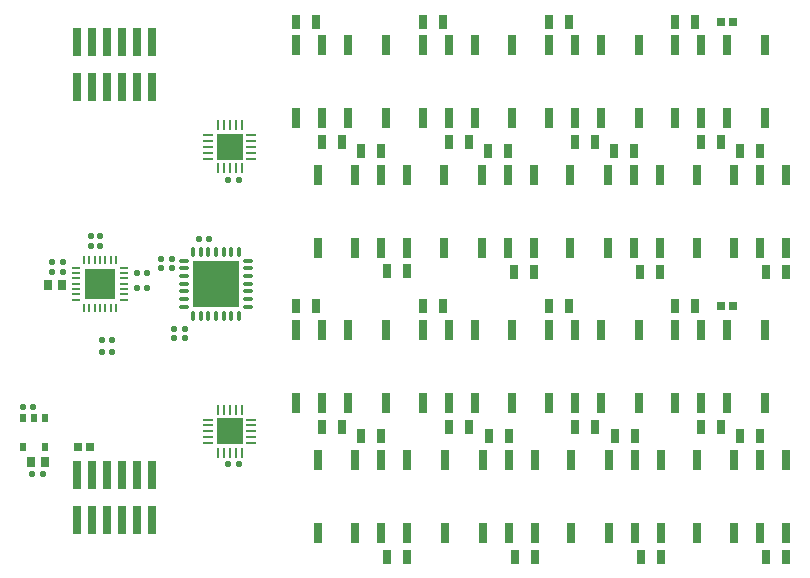
<source format=gtp>
G04*
G04 #@! TF.GenerationSoftware,Altium Limited,Altium Designer,20.0.9 (164)*
G04*
G04 Layer_Color=8421504*
%FSLAX25Y25*%
%MOIN*%
G70*
G01*
G75*
%ADD14R,0.02500X0.02500*%
%ADD15O,0.03347X0.00984*%
%ADD16O,0.00984X0.03347*%
%ADD17R,0.09055X0.09055*%
%ADD18R,0.15472X0.15472*%
%ADD19O,0.03937X0.01181*%
%ADD20O,0.01181X0.03937*%
%ADD21R,0.03150X0.05118*%
%ADD22R,0.02756X0.06693*%
%ADD23R,0.09843X0.09843*%
%ADD24O,0.00787X0.02953*%
%ADD25O,0.02953X0.00787*%
G04:AMPARAMS|DCode=26|XSize=20.47mil|YSize=22.05mil|CornerRadius=5.12mil|HoleSize=0mil|Usage=FLASHONLY|Rotation=90.000|XOffset=0mil|YOffset=0mil|HoleType=Round|Shape=RoundedRectangle|*
%AMROUNDEDRECTD26*
21,1,0.02047,0.01181,0,0,90.0*
21,1,0.01024,0.02205,0,0,90.0*
1,1,0.01024,0.00591,0.00512*
1,1,0.01024,0.00591,-0.00512*
1,1,0.01024,-0.00591,-0.00512*
1,1,0.01024,-0.00591,0.00512*
%
%ADD26ROUNDEDRECTD26*%
G04:AMPARAMS|DCode=27|XSize=20.47mil|YSize=22.05mil|CornerRadius=5.12mil|HoleSize=0mil|Usage=FLASHONLY|Rotation=180.000|XOffset=0mil|YOffset=0mil|HoleType=Round|Shape=RoundedRectangle|*
%AMROUNDEDRECTD27*
21,1,0.02047,0.01181,0,0,180.0*
21,1,0.01024,0.02205,0,0,180.0*
1,1,0.01024,-0.00512,0.00591*
1,1,0.01024,0.00512,0.00591*
1,1,0.01024,0.00512,-0.00591*
1,1,0.01024,-0.00512,-0.00591*
%
%ADD27ROUNDEDRECTD27*%
%ADD28R,0.02992X0.09449*%
%ADD29R,0.02165X0.03150*%
%ADD30R,0.02835X0.03543*%
%ADD31R,0.02756X0.03347*%
D14*
X592551Y371260D02*
D03*
X588551Y371260D02*
D03*
X592551Y466142D02*
D03*
X588551D02*
D03*
X373984Y324410D02*
D03*
X377984D02*
D03*
D15*
X417520Y428346D02*
D03*
Y426378D02*
D03*
Y424409D02*
D03*
Y422441D02*
D03*
Y420472D02*
D03*
X431890D02*
D03*
Y422441D02*
D03*
Y424409D02*
D03*
Y426378D02*
D03*
Y428346D02*
D03*
X417520Y333465D02*
D03*
Y331496D02*
D03*
Y329528D02*
D03*
Y327559D02*
D03*
Y325591D02*
D03*
X431890D02*
D03*
Y327559D02*
D03*
Y329528D02*
D03*
Y331496D02*
D03*
Y333465D02*
D03*
D16*
X420768Y417224D02*
D03*
X422736D02*
D03*
X424705D02*
D03*
X426673D02*
D03*
X428642D02*
D03*
Y431595D02*
D03*
X426673D02*
D03*
X424705D02*
D03*
X422736D02*
D03*
X420768D02*
D03*
Y322342D02*
D03*
X422736D02*
D03*
X424705D02*
D03*
X426673D02*
D03*
X428642D02*
D03*
Y336713D02*
D03*
X426673D02*
D03*
X424705D02*
D03*
X422736D02*
D03*
X420768D02*
D03*
D17*
X424705Y424409D02*
D03*
Y329528D02*
D03*
D18*
X420079Y378740D02*
D03*
D19*
X430807Y386417D02*
D03*
Y383858D02*
D03*
Y381299D02*
D03*
Y378740D02*
D03*
Y376181D02*
D03*
Y373622D02*
D03*
Y371063D02*
D03*
X409350D02*
D03*
Y373622D02*
D03*
Y376181D02*
D03*
Y378740D02*
D03*
Y381299D02*
D03*
Y383858D02*
D03*
Y386417D02*
D03*
D20*
X427756Y368012D02*
D03*
X425197D02*
D03*
X422638D02*
D03*
X420079D02*
D03*
X417520D02*
D03*
X414961D02*
D03*
X412402D02*
D03*
Y389469D02*
D03*
X414961D02*
D03*
X417520D02*
D03*
X420079D02*
D03*
X422638D02*
D03*
X425197D02*
D03*
X427756D02*
D03*
D21*
X579921Y466142D02*
D03*
X573228D02*
D03*
X537795D02*
D03*
X531102D02*
D03*
X495669D02*
D03*
X488976D02*
D03*
X453543D02*
D03*
X446850D02*
D03*
X477165Y383071D02*
D03*
X483858D02*
D03*
X519291Y382677D02*
D03*
X525984D02*
D03*
X561417D02*
D03*
X568110D02*
D03*
X603543Y382677D02*
D03*
X610236D02*
D03*
X588583Y425984D02*
D03*
X581890D02*
D03*
X546457D02*
D03*
X539764D02*
D03*
X504331D02*
D03*
X497638D02*
D03*
X462205D02*
D03*
X455512D02*
D03*
X468504Y422835D02*
D03*
X475197D02*
D03*
X510630D02*
D03*
X517323D02*
D03*
X552756D02*
D03*
X559449D02*
D03*
X594882Y422835D02*
D03*
X601575D02*
D03*
X579921Y371260D02*
D03*
X573228D02*
D03*
X588583Y331102D02*
D03*
X581890D02*
D03*
X537795Y371260D02*
D03*
X531102D02*
D03*
X546457Y331102D02*
D03*
X539764D02*
D03*
X495669Y371260D02*
D03*
X488976D02*
D03*
X504331Y331102D02*
D03*
X497638D02*
D03*
X453543Y371260D02*
D03*
X446850D02*
D03*
X462205Y331102D02*
D03*
X455512D02*
D03*
X477165Y287795D02*
D03*
X483858D02*
D03*
X468504Y327953D02*
D03*
X475197D02*
D03*
X519685Y287795D02*
D03*
X526378D02*
D03*
X511024Y327953D02*
D03*
X517717D02*
D03*
X561811Y287795D02*
D03*
X568504D02*
D03*
X553150Y327953D02*
D03*
X559842D02*
D03*
X603543Y287795D02*
D03*
X610236D02*
D03*
X594882Y327953D02*
D03*
X601575D02*
D03*
D22*
X603150Y458268D02*
D03*
X590551D02*
D03*
X581890D02*
D03*
X573228D02*
D03*
Y433858D02*
D03*
X581890D02*
D03*
X590551D02*
D03*
X603150D02*
D03*
X561024Y458268D02*
D03*
X548425D02*
D03*
X539764D02*
D03*
X531102D02*
D03*
Y433858D02*
D03*
X539764D02*
D03*
X548425D02*
D03*
X561024D02*
D03*
X518898Y458268D02*
D03*
X506299D02*
D03*
X497638D02*
D03*
X488976D02*
D03*
Y433858D02*
D03*
X497638D02*
D03*
X506299D02*
D03*
X518898D02*
D03*
X476772Y458268D02*
D03*
X464173D02*
D03*
X455512D02*
D03*
X446850D02*
D03*
Y433858D02*
D03*
X455512D02*
D03*
X464173D02*
D03*
X476772D02*
D03*
X453937Y390551D02*
D03*
X466535D02*
D03*
X475197D02*
D03*
X483858D02*
D03*
Y414961D02*
D03*
X475197D02*
D03*
X466535D02*
D03*
X453937D02*
D03*
X496063Y390551D02*
D03*
X508661D02*
D03*
X517323D02*
D03*
X525984D02*
D03*
Y414961D02*
D03*
X517323D02*
D03*
X508661D02*
D03*
X496063D02*
D03*
X538189Y390551D02*
D03*
X550787D02*
D03*
X559449D02*
D03*
X568110D02*
D03*
Y414961D02*
D03*
X559449D02*
D03*
X550787D02*
D03*
X538189D02*
D03*
X580315Y390551D02*
D03*
X592913D02*
D03*
X601575D02*
D03*
X610236D02*
D03*
Y414961D02*
D03*
X601575D02*
D03*
X592913D02*
D03*
X580315D02*
D03*
Y295669D02*
D03*
X592913D02*
D03*
X601575D02*
D03*
X610236D02*
D03*
Y320079D02*
D03*
X601575D02*
D03*
X592913D02*
D03*
X580315D02*
D03*
X538583Y295669D02*
D03*
X551181D02*
D03*
X559842D02*
D03*
X568504D02*
D03*
Y320079D02*
D03*
X559842D02*
D03*
X551181D02*
D03*
X538583D02*
D03*
X496457Y295669D02*
D03*
X509055D02*
D03*
X517717D02*
D03*
X526378D02*
D03*
Y320079D02*
D03*
X517717D02*
D03*
X509055D02*
D03*
X496457D02*
D03*
X453937Y295669D02*
D03*
X466535D02*
D03*
X475197D02*
D03*
X483858D02*
D03*
Y320079D02*
D03*
X475197D02*
D03*
X466535D02*
D03*
X453937D02*
D03*
X476772Y363386D02*
D03*
X464173D02*
D03*
X455512D02*
D03*
X446850D02*
D03*
X446850Y338976D02*
D03*
X455512Y338976D02*
D03*
X464173Y338976D02*
D03*
X476772D02*
D03*
X518898Y363386D02*
D03*
X506299D02*
D03*
X497638D02*
D03*
X488976D02*
D03*
Y338976D02*
D03*
X497638D02*
D03*
X506299D02*
D03*
X518898D02*
D03*
X561024Y363386D02*
D03*
X548425D02*
D03*
X539764Y363386D02*
D03*
X531102Y363386D02*
D03*
Y338976D02*
D03*
X539764Y338976D02*
D03*
X548425Y338976D02*
D03*
X561024D02*
D03*
X603150Y363386D02*
D03*
X590551D02*
D03*
X581890D02*
D03*
X573228D02*
D03*
Y338976D02*
D03*
X581890D02*
D03*
X590551D02*
D03*
X603150D02*
D03*
D23*
X381398Y378740D02*
D03*
D24*
X386713Y370768D02*
D03*
X384941D02*
D03*
X383169Y370768D02*
D03*
X381398D02*
D03*
X379626Y370768D02*
D03*
X377854D02*
D03*
X376083Y370768D02*
D03*
X376083Y386713D02*
D03*
X377854D02*
D03*
X379626D02*
D03*
X381398Y386713D02*
D03*
X383169Y386713D02*
D03*
X384941D02*
D03*
X386713D02*
D03*
D25*
X373425Y373425D02*
D03*
Y375197D02*
D03*
Y376969D02*
D03*
X373425Y378740D02*
D03*
X373425Y380512D02*
D03*
Y382283D02*
D03*
Y384055D02*
D03*
X389370Y384055D02*
D03*
X389370Y382283D02*
D03*
X389370Y380512D02*
D03*
Y378740D02*
D03*
Y376969D02*
D03*
X389370Y375197D02*
D03*
Y373425D02*
D03*
D26*
X381496Y394646D02*
D03*
Y391181D02*
D03*
X378346Y394646D02*
D03*
Y391181D02*
D03*
D27*
X414409Y393701D02*
D03*
X417874D02*
D03*
X365591Y385827D02*
D03*
X369055D02*
D03*
X406142Y360630D02*
D03*
X409606D02*
D03*
X397165Y382283D02*
D03*
X393701D02*
D03*
X406142Y363779D02*
D03*
X409606D02*
D03*
X427716Y318504D02*
D03*
X424252D02*
D03*
X427716Y413386D02*
D03*
X424252D02*
D03*
X401811Y387008D02*
D03*
X405276D02*
D03*
X401811Y383858D02*
D03*
X405276D02*
D03*
X382126Y355906D02*
D03*
X385591D02*
D03*
X382126Y359842D02*
D03*
X385591D02*
D03*
X362362Y315354D02*
D03*
X358898D02*
D03*
X355748Y337795D02*
D03*
X359213D02*
D03*
X369055Y382677D02*
D03*
X365591D02*
D03*
X393701Y377165D02*
D03*
X397165D02*
D03*
D28*
X398721Y459469D02*
D03*
X398721Y444468D02*
D03*
X393721Y459469D02*
D03*
Y444468D02*
D03*
X388720Y459469D02*
D03*
Y444468D02*
D03*
X383720Y459469D02*
D03*
X383720Y444468D02*
D03*
X378720Y459469D02*
D03*
Y444468D02*
D03*
X373721Y459469D02*
D03*
X373721Y444468D02*
D03*
X398721Y314980D02*
D03*
Y299980D02*
D03*
X393721Y314980D02*
D03*
Y299980D02*
D03*
X388720Y314980D02*
D03*
Y299980D02*
D03*
X383720Y314980D02*
D03*
Y299980D02*
D03*
X378720Y314980D02*
D03*
Y299980D02*
D03*
X373721Y314980D02*
D03*
Y299980D02*
D03*
D29*
X355709Y324213D02*
D03*
X363189Y324213D02*
D03*
X355709Y334055D02*
D03*
X359449Y334055D02*
D03*
X363189Y334055D02*
D03*
D30*
X362992Y319291D02*
D03*
X358268D02*
D03*
D31*
X364173Y378346D02*
D03*
X368898D02*
D03*
M02*

</source>
